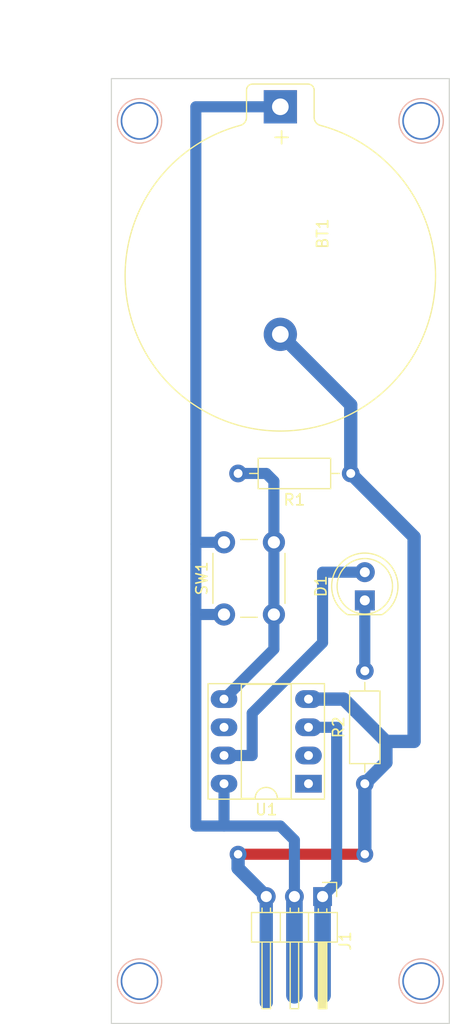
<source format=kicad_pcb>
(kicad_pcb (version 20171130) (host pcbnew 5.1.9-73d0e3b20d~88~ubuntu20.04.1)

  (general
    (thickness 1.6)
    (drawings 18)
    (tracks 50)
    (zones 0)
    (modules 7)
    (nets 10)
  )

  (page A4)
  (layers
    (0 F.Cu signal)
    (31 B.Cu signal)
    (32 B.Adhes user)
    (33 F.Adhes user)
    (34 B.Paste user)
    (35 F.Paste user)
    (36 B.SilkS user)
    (37 F.SilkS user)
    (38 B.Mask user)
    (39 F.Mask user)
    (40 Dwgs.User user)
    (41 Cmts.User user)
    (42 Eco1.User user)
    (43 Eco2.User user)
    (44 Edge.Cuts user)
    (45 Margin user)
    (46 B.CrtYd user)
    (47 F.CrtYd user)
    (48 B.Fab user)
    (49 F.Fab user)
  )

  (setup
    (last_trace_width 1.2)
    (user_trace_width 0.4)
    (user_trace_width 0.6)
    (user_trace_width 1)
    (user_trace_width 1.2)
    (trace_clearance 0.2)
    (zone_clearance 0.508)
    (zone_45_only no)
    (trace_min 0.2)
    (via_size 0.8)
    (via_drill 0.4)
    (via_min_size 0.4)
    (via_min_drill 0.3)
    (user_via 0.99 0.5)
    (user_via 1.524 0.76)
    (user_via 3.4 3.1)
    (user_via 4.4 4)
    (uvia_size 0.3)
    (uvia_drill 0.1)
    (uvias_allowed no)
    (uvia_min_size 0.2)
    (uvia_min_drill 0.1)
    (edge_width 0.05)
    (segment_width 0.2)
    (pcb_text_width 0.3)
    (pcb_text_size 1.5 1.5)
    (mod_edge_width 0.12)
    (mod_text_size 1 1)
    (mod_text_width 0.15)
    (pad_size 1.524 1.524)
    (pad_drill 0.762)
    (pad_to_mask_clearance 0.05)
    (aux_axis_origin 127 72.39)
    (grid_origin 127 72.39)
    (visible_elements FFFFFF7F)
    (pcbplotparams
      (layerselection 0x01000_ffffffff)
      (usegerberextensions false)
      (usegerberattributes true)
      (usegerberadvancedattributes true)
      (creategerberjobfile true)
      (excludeedgelayer true)
      (linewidth 0.100000)
      (plotframeref false)
      (viasonmask false)
      (mode 1)
      (useauxorigin false)
      (hpglpennumber 1)
      (hpglpenspeed 20)
      (hpglpendiameter 15.000000)
      (psnegative false)
      (psa4output false)
      (plotreference true)
      (plotvalue true)
      (plotinvisibletext false)
      (padsonsilk false)
      (subtractmaskfromsilk false)
      (outputformat 1)
      (mirror false)
      (drillshape 0)
      (scaleselection 1)
      (outputdirectory ""))
  )

  (net 0 "")
  (net 1 GND)
  (net 2 VCC)
  (net 3 "Net-(D1-Pad1)")
  (net 4 "Net-(D1-Pad2)")
  (net 5 /S)
  (net 6 "Net-(R1-Pad2)")
  (net 7 "Net-(U1-Pad1)")
  (net 8 "Net-(U1-Pad2)")
  (net 9 "Net-(U1-Pad6)")

  (net_class Default "Esta es la clase de red por defecto."
    (clearance 0.2)
    (trace_width 0.25)
    (via_dia 0.8)
    (via_drill 0.4)
    (uvia_dia 0.3)
    (uvia_drill 0.1)
    (add_net /S)
    (add_net GND)
    (add_net "Net-(D1-Pad1)")
    (add_net "Net-(D1-Pad2)")
    (add_net "Net-(R1-Pad2)")
    (add_net "Net-(U1-Pad1)")
    (add_net "Net-(U1-Pad2)")
    (add_net "Net-(U1-Pad6)")
    (add_net VCC)
  )

  (module Connector_PinHeader_2.54mm:PinHeader_1x03_P2.54mm_Horizontal (layer F.Cu) (tedit 59FED5CB) (tstamp 5FEAFA53)
    (at 146.05 146.05 270)
    (descr "Through hole angled pin header, 1x03, 2.54mm pitch, 6mm pin length, single row")
    (tags "Through hole angled pin header THT 1x03 2.54mm single row")
    (path /5FEA4EB7)
    (fp_text reference J1 (at 4 -2.05 90) (layer F.SilkS)
      (effects (font (size 1 1) (thickness 0.15)))
    )
    (fp_text value KY005 (at 4 7.62 90) (layer F.Fab)
      (effects (font (size 1 1) (thickness 0.15)))
    )
    (fp_line (start 2.135 -1.27) (end 4.04 -1.27) (layer F.Fab) (width 0.1))
    (fp_line (start 4.04 -1.27) (end 4.04 6.35) (layer F.Fab) (width 0.1))
    (fp_line (start 4.04 6.35) (end 1.5 6.35) (layer F.Fab) (width 0.1))
    (fp_line (start 1.5 6.35) (end 1.5 -0.635) (layer F.Fab) (width 0.1))
    (fp_line (start 1.5 -0.635) (end 2.135 -1.27) (layer F.Fab) (width 0.1))
    (fp_line (start -0.32 -0.32) (end 1.5 -0.32) (layer F.Fab) (width 0.1))
    (fp_line (start -0.32 -0.32) (end -0.32 0.32) (layer F.Fab) (width 0.1))
    (fp_line (start -0.32 0.32) (end 1.5 0.32) (layer F.Fab) (width 0.1))
    (fp_line (start 4.04 -0.32) (end 10.04 -0.32) (layer F.Fab) (width 0.1))
    (fp_line (start 10.04 -0.32) (end 10.04 0.32) (layer F.Fab) (width 0.1))
    (fp_line (start 4.04 0.32) (end 10.04 0.32) (layer F.Fab) (width 0.1))
    (fp_line (start -0.32 2.22) (end 1.5 2.22) (layer F.Fab) (width 0.1))
    (fp_line (start -0.32 2.22) (end -0.32 2.86) (layer F.Fab) (width 0.1))
    (fp_line (start -0.32 2.86) (end 1.5 2.86) (layer F.Fab) (width 0.1))
    (fp_line (start 4.04 2.22) (end 10.04 2.22) (layer F.Fab) (width 0.1))
    (fp_line (start 10.04 2.22) (end 10.04 2.86) (layer F.Fab) (width 0.1))
    (fp_line (start 4.04 2.86) (end 10.04 2.86) (layer F.Fab) (width 0.1))
    (fp_line (start -0.32 4.76) (end 1.5 4.76) (layer F.Fab) (width 0.1))
    (fp_line (start -0.32 4.76) (end -0.32 5.4) (layer F.Fab) (width 0.1))
    (fp_line (start -0.32 5.4) (end 1.5 5.4) (layer F.Fab) (width 0.1))
    (fp_line (start 4.04 4.76) (end 10.04 4.76) (layer F.Fab) (width 0.1))
    (fp_line (start 10.04 4.76) (end 10.04 5.4) (layer F.Fab) (width 0.1))
    (fp_line (start 4.04 5.4) (end 10.04 5.4) (layer F.Fab) (width 0.1))
    (fp_line (start 1.44 -1.33) (end 1.44 6.41) (layer F.SilkS) (width 0.12))
    (fp_line (start 1.44 6.41) (end 4.1 6.41) (layer F.SilkS) (width 0.12))
    (fp_line (start 4.1 6.41) (end 4.1 -1.33) (layer F.SilkS) (width 0.12))
    (fp_line (start 4.1 -1.33) (end 1.44 -1.33) (layer F.SilkS) (width 0.12))
    (fp_line (start 4.1 -0.38) (end 10.1 -0.38) (layer F.SilkS) (width 0.12))
    (fp_line (start 10.1 -0.38) (end 10.1 0.38) (layer F.SilkS) (width 0.12))
    (fp_line (start 10.1 0.38) (end 4.1 0.38) (layer F.SilkS) (width 0.12))
    (fp_line (start 4.1 -0.32) (end 10.1 -0.32) (layer F.SilkS) (width 0.12))
    (fp_line (start 4.1 -0.2) (end 10.1 -0.2) (layer F.SilkS) (width 0.12))
    (fp_line (start 4.1 -0.08) (end 10.1 -0.08) (layer F.SilkS) (width 0.12))
    (fp_line (start 4.1 0.04) (end 10.1 0.04) (layer F.SilkS) (width 0.12))
    (fp_line (start 4.1 0.16) (end 10.1 0.16) (layer F.SilkS) (width 0.12))
    (fp_line (start 4.1 0.28) (end 10.1 0.28) (layer F.SilkS) (width 0.12))
    (fp_line (start 1.11 -0.38) (end 1.44 -0.38) (layer F.SilkS) (width 0.12))
    (fp_line (start 1.11 0.38) (end 1.44 0.38) (layer F.SilkS) (width 0.12))
    (fp_line (start 1.44 1.27) (end 4.1 1.27) (layer F.SilkS) (width 0.12))
    (fp_line (start 4.1 2.16) (end 10.1 2.16) (layer F.SilkS) (width 0.12))
    (fp_line (start 10.1 2.16) (end 10.1 2.92) (layer F.SilkS) (width 0.12))
    (fp_line (start 10.1 2.92) (end 4.1 2.92) (layer F.SilkS) (width 0.12))
    (fp_line (start 1.042929 2.16) (end 1.44 2.16) (layer F.SilkS) (width 0.12))
    (fp_line (start 1.042929 2.92) (end 1.44 2.92) (layer F.SilkS) (width 0.12))
    (fp_line (start 1.44 3.81) (end 4.1 3.81) (layer F.SilkS) (width 0.12))
    (fp_line (start 4.1 4.7) (end 10.1 4.7) (layer F.SilkS) (width 0.12))
    (fp_line (start 10.1 4.7) (end 10.1 5.46) (layer F.SilkS) (width 0.12))
    (fp_line (start 10.1 5.46) (end 4.1 5.46) (layer F.SilkS) (width 0.12))
    (fp_line (start 1.042929 4.7) (end 1.44 4.7) (layer F.SilkS) (width 0.12))
    (fp_line (start 1.042929 5.46) (end 1.44 5.46) (layer F.SilkS) (width 0.12))
    (fp_line (start -1.27 0) (end -1.27 -1.27) (layer F.SilkS) (width 0.12))
    (fp_line (start -1.27 -1.27) (end 0 -1.27) (layer F.SilkS) (width 0.12))
    (fp_line (start -1.8 -1.8) (end -1.8 6.85) (layer F.CrtYd) (width 0.05))
    (fp_line (start -1.8 6.85) (end 10.55 6.85) (layer F.CrtYd) (width 0.05))
    (fp_line (start 10.55 6.85) (end 10.55 -1.8) (layer F.CrtYd) (width 0.05))
    (fp_line (start 10.55 -1.8) (end -1.8 -1.8) (layer F.CrtYd) (width 0.05))
    (fp_text user %R (at 2.54 4.5) (layer F.Fab)
      (effects (font (size 1 1) (thickness 0.15)))
    )
    (pad 3 thru_hole oval (at 0 5.08 270) (size 1.7 1.7) (drill 1) (layers *.Cu *.Mask)
      (net 1 GND))
    (pad 2 thru_hole oval (at 0 2.54 270) (size 1.7 1.7) (drill 1) (layers *.Cu *.Mask)
      (net 2 VCC))
    (pad 1 thru_hole rect (at 0 0 270) (size 1.7 1.7) (drill 1) (layers *.Cu *.Mask)
      (net 5 /S))
    (model ${KISYS3DMOD}/Connector_PinHeader_2.54mm.3dshapes/PinHeader_1x03_P2.54mm_Horizontal.wrl
      (at (xyz 0 0 0))
      (scale (xyz 1 1 1))
      (rotate (xyz 0 0 0))
    )
  )

  (module Battery:BatteryHolder_Keystone_106_1x20mm (layer F.Cu) (tedit 5787C377) (tstamp 5FEAFA0C)
    (at 142.24 74.93 270)
    (descr http://www.keyelco.com/product-pdf.cfm?p=720)
    (tags "Keystone type 106 battery holder")
    (path /5FEB3833)
    (fp_text reference BT1 (at 11.43 -3.81 90) (layer F.SilkS)
      (effects (font (size 1 1) (thickness 0.15)))
    )
    (fp_text value Battery_Cell (at 15.24 -7.62 90) (layer F.Fab)
      (effects (font (size 1 1) (thickness 0.15)))
    )
    (fp_line (start 0.95 -3.05) (end -1.5 -3.05) (layer F.SilkS) (width 0.12))
    (fp_line (start -1.5 3.05) (end 0.95 3.05) (layer F.SilkS) (width 0.12))
    (fp_line (start -2.05 -2.5) (end -2.05 2.5) (layer F.SilkS) (width 0.12))
    (fp_line (start 0.95 -2.9) (end -1.5 -2.9) (layer F.Fab) (width 0.1))
    (fp_line (start -1.5 2.9) (end 0.95 2.9) (layer F.Fab) (width 0.1))
    (fp_line (start -2.3 -2.5) (end -2.3 2.5) (layer F.CrtYd) (width 0.05))
    (fp_line (start 0.95 -3.3) (end -1.5 -3.3) (layer F.CrtYd) (width 0.05))
    (fp_line (start -1.5 3.3) (end 0.95 3.3) (layer F.CrtYd) (width 0.05))
    (fp_line (start -1.9 -2.5) (end -1.9 2.5) (layer F.Fab) (width 0.1))
    (fp_line (start 0 1.3) (end 16.2 1.3) (layer F.Fab) (width 0.1))
    (fp_line (start 16.2 -1.3) (end 0 -1.3) (layer F.Fab) (width 0.1))
    (fp_line (start 0 -1.3) (end 0 1.3) (layer F.Fab) (width 0.1))
    (fp_line (start 22.6441 6.858) (end 25.35 9.3734) (layer F.Fab) (width 0.1))
    (fp_line (start 22.6568 -6.858) (end 25.3419 -9.4288) (layer F.Fab) (width 0.1))
    (fp_arc (start -1.5 -2.5) (end -1.9 -2.5) (angle 90) (layer F.Fab) (width 0.1))
    (fp_arc (start -1.5 2.5) (end -2.3 2.5) (angle -90) (layer F.CrtYd) (width 0.05))
    (fp_arc (start 16.2 0) (end 16.2 -1.3) (angle 180) (layer F.Fab) (width 0.1))
    (fp_arc (start 0.95 -3.8) (end 0.95 -3.3) (angle -70) (layer F.CrtYd) (width 0.05))
    (fp_arc (start 15.2 0) (end 5.18 -1.3) (angle 180) (layer F.Fab) (width 0.1))
    (fp_arc (start 15.2 0) (end 9 -1.3) (angle 170) (layer F.Fab) (width 0.1))
    (fp_arc (start 15.2 0) (end 13.3 -1.3) (angle 150) (layer F.Fab) (width 0.1))
    (fp_arc (start 15.2 0) (end 13.3 1.3) (angle -150) (layer F.Fab) (width 0.1))
    (fp_arc (start 15.2 0) (end 9 1.3) (angle -170) (layer F.Fab) (width 0.1))
    (fp_arc (start 15.2 0) (end 5.18 1.3) (angle -180) (layer F.Fab) (width 0.1))
    (fp_arc (start 15.2 0) (end 1.41 -3.6) (angle 165.5) (layer F.CrtYd) (width 0.05))
    (fp_arc (start 15.2 0) (end 1.41 3.6) (angle -165.5) (layer F.CrtYd) (width 0.05))
    (fp_arc (start 0.95 3.8) (end 0.95 3.3) (angle 70) (layer F.CrtYd) (width 0.05))
    (fp_arc (start -1.5 -2.5) (end -2.3 -2.5) (angle 90) (layer F.CrtYd) (width 0.05))
    (fp_arc (start -1.5 2.5) (end -1.9 2.5) (angle -90) (layer F.Fab) (width 0.1))
    (fp_arc (start -1.5 2.5) (end -2.05 2.5) (angle -90) (layer F.SilkS) (width 0.12))
    (fp_arc (start -1.5 -2.5) (end -2.05 -2.5) (angle 90) (layer F.SilkS) (width 0.12))
    (fp_arc (start 0.95 -3.8) (end 0.95 -2.9) (angle -70) (layer F.Fab) (width 0.1))
    (fp_arc (start 0.95 -3.8) (end 0.95 -3.05) (angle -70) (layer F.SilkS) (width 0.12))
    (fp_arc (start 0.95 3.8) (end 0.95 2.9) (angle 70) (layer F.Fab) (width 0.1))
    (fp_arc (start 0.95 3.8) (end 0.95 3.05) (angle 70) (layer F.SilkS) (width 0.12))
    (fp_arc (start 15.2 0) (end 1.8 -3.5) (angle 165.5) (layer F.Fab) (width 0.1))
    (fp_arc (start 15.2 0) (end 1.65 -3.52) (angle 165.5) (layer F.SilkS) (width 0.12))
    (fp_arc (start 15.2 0) (end 1.8 3.5) (angle -165.5) (layer F.Fab) (width 0.1))
    (fp_arc (start 15.2 0) (end 1.65 3.52) (angle -165.5) (layer F.SilkS) (width 0.12))
    (fp_text user %R (at 0 0 90) (layer F.Fab)
      (effects (font (size 1 1) (thickness 0.15)))
    )
    (fp_text user + (at 2.75 0 90) (layer F.SilkS)
      (effects (font (size 1.5 1.5) (thickness 0.15)))
    )
    (pad 1 thru_hole rect (at 0 0 270) (size 3 3) (drill 1.5) (layers *.Cu *.Mask)
      (net 2 VCC))
    (pad 2 thru_hole circle (at 20.49 0 270) (size 3 3) (drill 1.5) (layers *.Cu *.Mask)
      (net 1 GND))
    (model ${KISYS3DMOD}/Battery.3dshapes/BatteryHolder_Keystone_106_1x20mm.wrl
      (at (xyz 0 0 0))
      (scale (xyz 1 1 1))
      (rotate (xyz 0 0 0))
    )
  )

  (module LED_THT:LED_D5.0mm (layer F.Cu) (tedit 5995936A) (tstamp 5FEAFA1E)
    (at 149.86 119.38 90)
    (descr "LED, diameter 5.0mm, 2 pins, http://cdn-reichelt.de/documents/datenblatt/A500/LL-504BC2E-009.pdf")
    (tags "LED diameter 5.0mm 2 pins")
    (path /5FEA59AB)
    (fp_text reference D1 (at 1.27 -3.96 90) (layer F.SilkS)
      (effects (font (size 1 1) (thickness 0.15)))
    )
    (fp_text value LED (at 1.27 3.96 90) (layer F.Fab)
      (effects (font (size 1 1) (thickness 0.15)))
    )
    (fp_circle (center 1.27 0) (end 3.77 0) (layer F.Fab) (width 0.1))
    (fp_circle (center 1.27 0) (end 3.77 0) (layer F.SilkS) (width 0.12))
    (fp_line (start -1.23 -1.469694) (end -1.23 1.469694) (layer F.Fab) (width 0.1))
    (fp_line (start -1.29 -1.545) (end -1.29 1.545) (layer F.SilkS) (width 0.12))
    (fp_line (start -1.95 -3.25) (end -1.95 3.25) (layer F.CrtYd) (width 0.05))
    (fp_line (start -1.95 3.25) (end 4.5 3.25) (layer F.CrtYd) (width 0.05))
    (fp_line (start 4.5 3.25) (end 4.5 -3.25) (layer F.CrtYd) (width 0.05))
    (fp_line (start 4.5 -3.25) (end -1.95 -3.25) (layer F.CrtYd) (width 0.05))
    (fp_text user %R (at 1.25 0 90) (layer F.Fab)
      (effects (font (size 0.8 0.8) (thickness 0.2)))
    )
    (fp_arc (start 1.27 0) (end -1.29 1.54483) (angle -148.9) (layer F.SilkS) (width 0.12))
    (fp_arc (start 1.27 0) (end -1.29 -1.54483) (angle 148.9) (layer F.SilkS) (width 0.12))
    (fp_arc (start 1.27 0) (end -1.23 -1.469694) (angle 299.1) (layer F.Fab) (width 0.1))
    (pad 2 thru_hole circle (at 2.54 0 90) (size 1.8 1.8) (drill 0.9) (layers *.Cu *.Mask)
      (net 4 "Net-(D1-Pad2)"))
    (pad 1 thru_hole rect (at 0 0 90) (size 1.8 1.8) (drill 0.9) (layers *.Cu *.Mask)
      (net 3 "Net-(D1-Pad1)"))
    (model ${KISYS3DMOD}/LED_THT.3dshapes/LED_D5.0mm.wrl
      (at (xyz 0 0 0))
      (scale (xyz 1 1 1))
      (rotate (xyz 0 0 0))
    )
  )

  (module Resistor_THT:R_Axial_DIN0207_L6.3mm_D2.5mm_P10.16mm_Horizontal (layer F.Cu) (tedit 5AE5139B) (tstamp 5FEAFEC5)
    (at 148.59 107.95 180)
    (descr "Resistor, Axial_DIN0207 series, Axial, Horizontal, pin pitch=10.16mm, 0.25W = 1/4W, length*diameter=6.3*2.5mm^2, http://cdn-reichelt.de/documents/datenblatt/B400/1_4W%23YAG.pdf")
    (tags "Resistor Axial_DIN0207 series Axial Horizontal pin pitch 10.16mm 0.25W = 1/4W length 6.3mm diameter 2.5mm")
    (path /5FEA21F5)
    (fp_text reference R1 (at 5.08 -2.37) (layer F.SilkS)
      (effects (font (size 1 1) (thickness 0.15)))
    )
    (fp_text value 10K (at 5.08 2.37) (layer F.Fab)
      (effects (font (size 1 1) (thickness 0.15)))
    )
    (fp_line (start 11.21 -1.5) (end -1.05 -1.5) (layer F.CrtYd) (width 0.05))
    (fp_line (start 11.21 1.5) (end 11.21 -1.5) (layer F.CrtYd) (width 0.05))
    (fp_line (start -1.05 1.5) (end 11.21 1.5) (layer F.CrtYd) (width 0.05))
    (fp_line (start -1.05 -1.5) (end -1.05 1.5) (layer F.CrtYd) (width 0.05))
    (fp_line (start 9.12 0) (end 8.35 0) (layer F.SilkS) (width 0.12))
    (fp_line (start 1.04 0) (end 1.81 0) (layer F.SilkS) (width 0.12))
    (fp_line (start 8.35 -1.37) (end 1.81 -1.37) (layer F.SilkS) (width 0.12))
    (fp_line (start 8.35 1.37) (end 8.35 -1.37) (layer F.SilkS) (width 0.12))
    (fp_line (start 1.81 1.37) (end 8.35 1.37) (layer F.SilkS) (width 0.12))
    (fp_line (start 1.81 -1.37) (end 1.81 1.37) (layer F.SilkS) (width 0.12))
    (fp_line (start 10.16 0) (end 8.23 0) (layer F.Fab) (width 0.1))
    (fp_line (start 0 0) (end 1.93 0) (layer F.Fab) (width 0.1))
    (fp_line (start 8.23 -1.25) (end 1.93 -1.25) (layer F.Fab) (width 0.1))
    (fp_line (start 8.23 1.25) (end 8.23 -1.25) (layer F.Fab) (width 0.1))
    (fp_line (start 1.93 1.25) (end 8.23 1.25) (layer F.Fab) (width 0.1))
    (fp_line (start 1.93 -1.25) (end 1.93 1.25) (layer F.Fab) (width 0.1))
    (fp_text user %R (at 5.08 0.154999) (layer F.Fab)
      (effects (font (size 1 1) (thickness 0.15)))
    )
    (pad 1 thru_hole circle (at 0 0 180) (size 1.6 1.6) (drill 0.8) (layers *.Cu *.Mask)
      (net 1 GND))
    (pad 2 thru_hole oval (at 10.16 0 180) (size 1.6 1.6) (drill 0.8) (layers *.Cu *.Mask)
      (net 6 "Net-(R1-Pad2)"))
    (model ${KISYS3DMOD}/Resistor_THT.3dshapes/R_Axial_DIN0207_L6.3mm_D2.5mm_P10.16mm_Horizontal.wrl
      (at (xyz 0 0 0))
      (scale (xyz 1 1 1))
      (rotate (xyz 0 0 0))
    )
  )

  (module Resistor_THT:R_Axial_DIN0207_L6.3mm_D2.5mm_P10.16mm_Horizontal (layer F.Cu) (tedit 5AE5139B) (tstamp 5FEAFA81)
    (at 149.86 135.89 90)
    (descr "Resistor, Axial_DIN0207 series, Axial, Horizontal, pin pitch=10.16mm, 0.25W = 1/4W, length*diameter=6.3*2.5mm^2, http://cdn-reichelt.de/documents/datenblatt/B400/1_4W%23YAG.pdf")
    (tags "Resistor Axial_DIN0207 series Axial Horizontal pin pitch 10.16mm 0.25W = 1/4W length 6.3mm diameter 2.5mm")
    (path /5FEA2489)
    (fp_text reference R2 (at 5.08 -2.37 90) (layer F.SilkS)
      (effects (font (size 1 1) (thickness 0.15)))
    )
    (fp_text value 220Ohm (at 5.08 2.37 90) (layer F.Fab)
      (effects (font (size 1 1) (thickness 0.15)))
    )
    (fp_line (start 11.21 -1.5) (end -1.05 -1.5) (layer F.CrtYd) (width 0.05))
    (fp_line (start 11.21 1.5) (end 11.21 -1.5) (layer F.CrtYd) (width 0.05))
    (fp_line (start -1.05 1.5) (end 11.21 1.5) (layer F.CrtYd) (width 0.05))
    (fp_line (start -1.05 -1.5) (end -1.05 1.5) (layer F.CrtYd) (width 0.05))
    (fp_line (start 9.12 0) (end 8.35 0) (layer F.SilkS) (width 0.12))
    (fp_line (start 1.04 0) (end 1.81 0) (layer F.SilkS) (width 0.12))
    (fp_line (start 8.35 -1.37) (end 1.81 -1.37) (layer F.SilkS) (width 0.12))
    (fp_line (start 8.35 1.37) (end 8.35 -1.37) (layer F.SilkS) (width 0.12))
    (fp_line (start 1.81 1.37) (end 8.35 1.37) (layer F.SilkS) (width 0.12))
    (fp_line (start 1.81 -1.37) (end 1.81 1.37) (layer F.SilkS) (width 0.12))
    (fp_line (start 10.16 0) (end 8.23 0) (layer F.Fab) (width 0.1))
    (fp_line (start 0 0) (end 1.93 0) (layer F.Fab) (width 0.1))
    (fp_line (start 8.23 -1.25) (end 1.93 -1.25) (layer F.Fab) (width 0.1))
    (fp_line (start 8.23 1.25) (end 8.23 -1.25) (layer F.Fab) (width 0.1))
    (fp_line (start 1.93 1.25) (end 8.23 1.25) (layer F.Fab) (width 0.1))
    (fp_line (start 1.93 -1.25) (end 1.93 1.25) (layer F.Fab) (width 0.1))
    (fp_text user %R (at 5.08 0 90) (layer F.Fab)
      (effects (font (size 1 1) (thickness 0.15)))
    )
    (pad 1 thru_hole circle (at 0 0 90) (size 1.6 1.6) (drill 0.8) (layers *.Cu *.Mask)
      (net 1 GND))
    (pad 2 thru_hole oval (at 10.16 0 90) (size 1.6 1.6) (drill 0.8) (layers *.Cu *.Mask)
      (net 3 "Net-(D1-Pad1)"))
    (model ${KISYS3DMOD}/Resistor_THT.3dshapes/R_Axial_DIN0207_L6.3mm_D2.5mm_P10.16mm_Horizontal.wrl
      (at (xyz 0 0 0))
      (scale (xyz 1 1 1))
      (rotate (xyz 0 0 0))
    )
  )

  (module Button_Switch_THT:SW_PUSH_6mm_H13mm (layer F.Cu) (tedit 5A02FE31) (tstamp 5FEAFAA0)
    (at 137.16 120.65 90)
    (descr "tactile push button, 6x6mm e.g. PHAP33xx series, height=13mm")
    (tags "tact sw push 6mm")
    (path /5FEA2A00)
    (fp_text reference SW1 (at 3.25 -2 90) (layer F.SilkS)
      (effects (font (size 1 1) (thickness 0.15)))
    )
    (fp_text value SW_Push (at 3.75 6.7 90) (layer F.Fab)
      (effects (font (size 1 1) (thickness 0.15)))
    )
    (fp_line (start 3.25 -0.75) (end 6.25 -0.75) (layer F.Fab) (width 0.1))
    (fp_line (start 6.25 -0.75) (end 6.25 5.25) (layer F.Fab) (width 0.1))
    (fp_line (start 6.25 5.25) (end 0.25 5.25) (layer F.Fab) (width 0.1))
    (fp_line (start 0.25 5.25) (end 0.25 -0.75) (layer F.Fab) (width 0.1))
    (fp_line (start 0.25 -0.75) (end 3.25 -0.75) (layer F.Fab) (width 0.1))
    (fp_line (start 7.75 6) (end 8 6) (layer F.CrtYd) (width 0.05))
    (fp_line (start 8 6) (end 8 5.75) (layer F.CrtYd) (width 0.05))
    (fp_line (start 7.75 -1.5) (end 8 -1.5) (layer F.CrtYd) (width 0.05))
    (fp_line (start 8 -1.5) (end 8 -1.25) (layer F.CrtYd) (width 0.05))
    (fp_line (start -1.5 -1.25) (end -1.5 -1.5) (layer F.CrtYd) (width 0.05))
    (fp_line (start -1.5 -1.5) (end -1.25 -1.5) (layer F.CrtYd) (width 0.05))
    (fp_line (start -1.5 5.75) (end -1.5 6) (layer F.CrtYd) (width 0.05))
    (fp_line (start -1.5 6) (end -1.25 6) (layer F.CrtYd) (width 0.05))
    (fp_line (start -1.25 -1.5) (end 7.75 -1.5) (layer F.CrtYd) (width 0.05))
    (fp_line (start -1.5 5.75) (end -1.5 -1.25) (layer F.CrtYd) (width 0.05))
    (fp_line (start 7.75 6) (end -1.25 6) (layer F.CrtYd) (width 0.05))
    (fp_line (start 8 -1.25) (end 8 5.75) (layer F.CrtYd) (width 0.05))
    (fp_line (start 1 5.5) (end 5.5 5.5) (layer F.SilkS) (width 0.12))
    (fp_line (start -0.25 1.5) (end -0.25 3) (layer F.SilkS) (width 0.12))
    (fp_line (start 5.5 -1) (end 1 -1) (layer F.SilkS) (width 0.12))
    (fp_line (start 6.75 3) (end 6.75 1.5) (layer F.SilkS) (width 0.12))
    (fp_circle (center 3.25 2.25) (end 1.25 2.5) (layer F.Fab) (width 0.1))
    (fp_text user %R (at 3.25 2.25 90) (layer F.Fab)
      (effects (font (size 1 1) (thickness 0.15)))
    )
    (pad 1 thru_hole circle (at 6.5 0 180) (size 2 2) (drill 1.1) (layers *.Cu *.Mask)
      (net 2 VCC))
    (pad 2 thru_hole circle (at 6.5 4.5 180) (size 2 2) (drill 1.1) (layers *.Cu *.Mask)
      (net 6 "Net-(R1-Pad2)"))
    (pad 1 thru_hole circle (at 0 0 180) (size 2 2) (drill 1.1) (layers *.Cu *.Mask)
      (net 2 VCC))
    (pad 2 thru_hole circle (at 0 4.5 180) (size 2 2) (drill 1.1) (layers *.Cu *.Mask)
      (net 6 "Net-(R1-Pad2)"))
    (model ${KISYS3DMOD}/Button_Switch_THT.3dshapes/SW_PUSH_6mm_H4.3mm.step
      (at (xyz 0 0 0))
      (scale (xyz 1 1 1))
      (rotate (xyz 0 0 0))
    )
  )

  (module Package_DIP:DIP-8_W7.62mm_Socket_LongPads (layer F.Cu) (tedit 5A02E8C5) (tstamp 5FEAFAC4)
    (at 144.78 135.89 180)
    (descr "8-lead though-hole mounted DIP package, row spacing 7.62 mm (300 mils), Socket, LongPads")
    (tags "THT DIP DIL PDIP 2.54mm 7.62mm 300mil Socket LongPads")
    (path /5FEA0327)
    (fp_text reference U1 (at 3.81 -2.33) (layer F.SilkS)
      (effects (font (size 1 1) (thickness 0.15)))
    )
    (fp_text value ATtiny85V-10SU (at 3.81 9.95) (layer F.Fab)
      (effects (font (size 1 1) (thickness 0.15)))
    )
    (fp_line (start 1.635 -1.27) (end 6.985 -1.27) (layer F.Fab) (width 0.1))
    (fp_line (start 6.985 -1.27) (end 6.985 8.89) (layer F.Fab) (width 0.1))
    (fp_line (start 6.985 8.89) (end 0.635 8.89) (layer F.Fab) (width 0.1))
    (fp_line (start 0.635 8.89) (end 0.635 -0.27) (layer F.Fab) (width 0.1))
    (fp_line (start 0.635 -0.27) (end 1.635 -1.27) (layer F.Fab) (width 0.1))
    (fp_line (start -1.27 -1.33) (end -1.27 8.95) (layer F.Fab) (width 0.1))
    (fp_line (start -1.27 8.95) (end 8.89 8.95) (layer F.Fab) (width 0.1))
    (fp_line (start 8.89 8.95) (end 8.89 -1.33) (layer F.Fab) (width 0.1))
    (fp_line (start 8.89 -1.33) (end -1.27 -1.33) (layer F.Fab) (width 0.1))
    (fp_line (start 2.81 -1.33) (end 1.56 -1.33) (layer F.SilkS) (width 0.12))
    (fp_line (start 1.56 -1.33) (end 1.56 8.95) (layer F.SilkS) (width 0.12))
    (fp_line (start 1.56 8.95) (end 6.06 8.95) (layer F.SilkS) (width 0.12))
    (fp_line (start 6.06 8.95) (end 6.06 -1.33) (layer F.SilkS) (width 0.12))
    (fp_line (start 6.06 -1.33) (end 4.81 -1.33) (layer F.SilkS) (width 0.12))
    (fp_line (start -1.44 -1.39) (end -1.44 9.01) (layer F.SilkS) (width 0.12))
    (fp_line (start -1.44 9.01) (end 9.06 9.01) (layer F.SilkS) (width 0.12))
    (fp_line (start 9.06 9.01) (end 9.06 -1.39) (layer F.SilkS) (width 0.12))
    (fp_line (start 9.06 -1.39) (end -1.44 -1.39) (layer F.SilkS) (width 0.12))
    (fp_line (start -1.55 -1.6) (end -1.55 9.2) (layer F.CrtYd) (width 0.05))
    (fp_line (start -1.55 9.2) (end 9.15 9.2) (layer F.CrtYd) (width 0.05))
    (fp_line (start 9.15 9.2) (end 9.15 -1.6) (layer F.CrtYd) (width 0.05))
    (fp_line (start 9.15 -1.6) (end -1.55 -1.6) (layer F.CrtYd) (width 0.05))
    (fp_text user %R (at 3.81 3.81) (layer F.Fab)
      (effects (font (size 1 1) (thickness 0.15)))
    )
    (fp_arc (start 3.81 -1.33) (end 2.81 -1.33) (angle -180) (layer F.SilkS) (width 0.12))
    (pad 8 thru_hole oval (at 7.62 0 180) (size 2.4 1.6) (drill 0.8) (layers *.Cu *.Mask)
      (net 2 VCC))
    (pad 4 thru_hole oval (at 0 7.62 180) (size 2.4 1.6) (drill 0.8) (layers *.Cu *.Mask)
      (net 1 GND))
    (pad 7 thru_hole oval (at 7.62 2.54 180) (size 2.4 1.6) (drill 0.8) (layers *.Cu *.Mask)
      (net 4 "Net-(D1-Pad2)"))
    (pad 3 thru_hole oval (at 0 5.08 180) (size 2.4 1.6) (drill 0.8) (layers *.Cu *.Mask)
      (net 5 /S))
    (pad 6 thru_hole oval (at 7.62 5.08 180) (size 2.4 1.6) (drill 0.8) (layers *.Cu *.Mask)
      (net 9 "Net-(U1-Pad6)"))
    (pad 2 thru_hole oval (at 0 2.54 180) (size 2.4 1.6) (drill 0.8) (layers *.Cu *.Mask)
      (net 8 "Net-(U1-Pad2)"))
    (pad 5 thru_hole oval (at 7.62 7.62 180) (size 2.4 1.6) (drill 0.8) (layers *.Cu *.Mask)
      (net 6 "Net-(R1-Pad2)"))
    (pad 1 thru_hole rect (at 0 0 180) (size 2.4 1.6) (drill 0.8) (layers *.Cu *.Mask)
      (net 7 "Net-(U1-Pad1)"))
    (model ${KISYS3DMOD}/Package_DIP.3dshapes/DIP-8_W7.62mm_Socket.wrl
      (at (xyz 0 0 0))
      (scale (xyz 1 1 1))
      (rotate (xyz 0 0 0))
    )
  )

  (dimension 30.48 (width 0.15) (layer Dwgs.User)
    (gr_text "30,480 mm" (at 142.24 66.01) (layer Dwgs.User)
      (effects (font (size 1 1) (thickness 0.15)))
    )
    (feature1 (pts (xy 157.48 72.39) (xy 157.48 66.723579)))
    (feature2 (pts (xy 127 72.39) (xy 127 66.723579)))
    (crossbar (pts (xy 127 67.31) (xy 157.48 67.31)))
    (arrow1a (pts (xy 157.48 67.31) (xy 156.353496 67.896421)))
    (arrow1b (pts (xy 157.48 67.31) (xy 156.353496 66.723579)))
    (arrow2a (pts (xy 127 67.31) (xy 128.126504 67.896421)))
    (arrow2b (pts (xy 127 67.31) (xy 128.126504 66.723579)))
  )
  (dimension 85.09 (width 0.15) (layer Dwgs.User)
    (gr_text "85,090 mm" (at 120.62 114.935 90) (layer Dwgs.User)
      (effects (font (size 1 1) (thickness 0.15)))
    )
    (feature1 (pts (xy 127 72.39) (xy 121.333579 72.39)))
    (feature2 (pts (xy 127 157.48) (xy 121.333579 157.48)))
    (crossbar (pts (xy 121.92 157.48) (xy 121.92 72.39)))
    (arrow1a (pts (xy 121.92 72.39) (xy 122.506421 73.516504)))
    (arrow1b (pts (xy 121.92 72.39) (xy 121.333579 73.516504)))
    (arrow2a (pts (xy 121.92 157.48) (xy 122.506421 156.353496)))
    (arrow2b (pts (xy 121.92 157.48) (xy 121.333579 156.353496)))
  )
  (dimension 25.4 (width 0.15) (layer Dwgs.User)
    (gr_text "25,400 mm" (at 142.24 69.82) (layer Dwgs.User)
      (effects (font (size 1 1) (thickness 0.15)))
    )
    (feature1 (pts (xy 154.94 76.2) (xy 154.94 70.533579)))
    (feature2 (pts (xy 129.54 76.2) (xy 129.54 70.533579)))
    (crossbar (pts (xy 129.54 71.12) (xy 154.94 71.12)))
    (arrow1a (pts (xy 154.94 71.12) (xy 153.813496 71.706421)))
    (arrow1b (pts (xy 154.94 71.12) (xy 153.813496 70.533579)))
    (arrow2a (pts (xy 129.54 71.12) (xy 130.666504 71.706421)))
    (arrow2b (pts (xy 129.54 71.12) (xy 130.666504 70.533579)))
  )
  (dimension 77.47 (width 0.15) (layer Dwgs.User)
    (gr_text "77,470 mm" (at 124.43 114.935 90) (layer Dwgs.User)
      (effects (font (size 1 1) (thickness 0.15)))
    )
    (feature1 (pts (xy 129.54 76.2) (xy 125.143579 76.2)))
    (feature2 (pts (xy 129.54 153.67) (xy 125.143579 153.67)))
    (crossbar (pts (xy 125.73 153.67) (xy 125.73 76.2)))
    (arrow1a (pts (xy 125.73 76.2) (xy 126.316421 77.326504)))
    (arrow1b (pts (xy 125.73 76.2) (xy 125.143579 77.326504)))
    (arrow2a (pts (xy 125.73 153.67) (xy 126.316421 152.543496)))
    (arrow2b (pts (xy 125.73 153.67) (xy 125.143579 152.543496)))
  )
  (gr_circle (center 129.54 153.67) (end 130.81 153.67) (layer B.SilkS) (width 0.12) (tstamp 5FEB1451))
  (gr_circle (center 154.94 153.67) (end 156.21 153.67) (layer B.SilkS) (width 0.12) (tstamp 5FEB1451))
  (gr_circle (center 154.94 76.2) (end 156.21 76.2) (layer B.SilkS) (width 0.12) (tstamp 5FEB1451))
  (gr_circle (center 129.54 76.2) (end 130.81 76.2) (layer B.SilkS) (width 0.12))
  (gr_circle (center 129.54 153.67) (end 129.54 151.67) (layer B.SilkS) (width 0.12) (tstamp 5FEB144C))
  (gr_circle (center 154.94 153.67) (end 154.94 151.67) (layer B.SilkS) (width 0.12) (tstamp 5FEB144B))
  (gr_circle (center 154.94 76.2) (end 154.94 74.2) (layer B.SilkS) (width 0.12) (tstamp 5FEB143D))
  (gr_circle (center 129.54 76.2) (end 129.54 74.2) (layer B.SilkS) (width 0.12))
  (gr_line (start 127 72.39) (end 157.48 72.39) (layer Edge.Cuts) (width 0.1))
  (gr_line (start 127 157.48) (end 127 72.39) (layer Edge.Cuts) (width 0.1))
  (gr_line (start 157.48 157.48) (end 127 157.48) (layer Edge.Cuts) (width 0.1))
  (gr_line (start 157.48 72.39) (end 157.48 157.48) (layer Edge.Cuts) (width 0.1))
  (gr_text "28/12/2020\nAurelio Gallardo" (at 135.89 149.86 90) (layer B.Mask)
    (effects (font (size 1 1) (thickness 0.15)) (justify mirror))
  )
  (gr_text "Emisor LED - mando a distancia un solo botón" (at 132.08 121.92 90) (layer B.Mask)
    (effects (font (size 1 1) (thickness 0.15)) (justify mirror))
  )

  (via (at 129.54 76.2) (size 3.4) (drill 3.1) (layers F.Cu B.Cu) (net 0))
  (via (at 154.94 76.2) (size 3.4) (drill 3.1) (layers F.Cu B.Cu) (net 0))
  (via (at 154.94 153.67) (size 3.4) (drill 3.1) (layers F.Cu B.Cu) (net 0))
  (via (at 129.54 153.67) (size 3.4) (drill 3.1) (layers F.Cu B.Cu) (net 0))
  (via (at 138.43 142.24) (size 1.524) (drill 0.76) (layers F.Cu B.Cu) (net 1))
  (segment (start 149.86 142.24) (end 149.86 142.24) (width 1) (layer B.Cu) (net 1) (tstamp 5FEB13E4))
  (via (at 149.86 142.24) (size 1.524) (drill 0.76) (layers F.Cu B.Cu) (net 1))
  (segment (start 138.43 142.24) (end 149.86 142.24) (width 1) (layer F.Cu) (net 1))
  (segment (start 142.24 95.42) (end 148.59 101.77) (width 1.2) (layer B.Cu) (net 1))
  (segment (start 148.59 101.77) (end 148.59 107.95) (width 1.2) (layer B.Cu) (net 1))
  (segment (start 148.59 107.95) (end 154.305 113.665) (width 1.2) (layer B.Cu) (net 1))
  (segment (start 154.305 113.665) (end 154.305 132.08) (width 1.2) (layer B.Cu) (net 1))
  (segment (start 154.305 132.08) (end 151.765 132.08) (width 1.2) (layer B.Cu) (net 1))
  (segment (start 147.955 128.27) (end 144.78 128.27) (width 1.2) (layer B.Cu) (net 1))
  (segment (start 151.765 132.08) (end 147.955 128.27) (width 1.2) (layer B.Cu) (net 1))
  (segment (start 151.765 133.985) (end 149.86 135.89) (width 1.2) (layer B.Cu) (net 1))
  (segment (start 151.765 132.08) (end 151.765 133.985) (width 1.2) (layer B.Cu) (net 1))
  (segment (start 149.86 142.24) (end 149.86 135.89) (width 1.2) (layer B.Cu) (net 1))
  (segment (start 138.43 143.51) (end 140.97 146.05) (width 1.2) (layer B.Cu) (net 1))
  (segment (start 138.43 142.24) (end 138.43 143.51) (width 1.2) (layer B.Cu) (net 1))
  (segment (start 140.97 146.05) (end 140.97 155.575) (width 1.2) (layer B.Cu) (net 1))
  (segment (start 142.24 74.93) (end 134.62 74.93) (width 1) (layer B.Cu) (net 2))
  (segment (start 134.77 114.15) (end 134.62 114.3) (width 1) (layer B.Cu) (net 2))
  (segment (start 137.16 114.15) (end 134.77 114.15) (width 1) (layer B.Cu) (net 2))
  (segment (start 134.62 74.93) (end 134.62 114.3) (width 1) (layer B.Cu) (net 2))
  (segment (start 137.16 120.65) (end 134.62 120.65) (width 1) (layer B.Cu) (net 2))
  (segment (start 134.62 120.65) (end 134.62 139.7) (width 1) (layer B.Cu) (net 2))
  (segment (start 134.62 114.3) (end 134.62 120.65) (width 1) (layer B.Cu) (net 2))
  (segment (start 137.16 135.89) (end 137.16 139.7) (width 1) (layer B.Cu) (net 2))
  (segment (start 134.62 139.7) (end 137.16 139.7) (width 1) (layer B.Cu) (net 2))
  (segment (start 143.51 140.97) (end 143.51 146.05) (width 1) (layer B.Cu) (net 2))
  (segment (start 142.24 139.7) (end 143.51 140.97) (width 1) (layer B.Cu) (net 2))
  (segment (start 137.16 139.7) (end 142.24 139.7) (width 1) (layer B.Cu) (net 2))
  (segment (start 143.51 146.05) (end 143.51 154.94) (width 1.5) (layer B.Cu) (net 2))
  (segment (start 149.86 125.73) (end 149.86 119.38) (width 1) (layer B.Cu) (net 3))
  (segment (start 146.05 116.84) (end 149.86 116.84) (width 1) (layer B.Cu) (net 4))
  (segment (start 139.7 133.35) (end 139.7 129.54) (width 1) (layer B.Cu) (net 4))
  (segment (start 146.05 123.19) (end 146.05 116.84) (width 1) (layer B.Cu) (net 4))
  (segment (start 139.7 129.54) (end 146.05 123.19) (width 1) (layer B.Cu) (net 4))
  (segment (start 137.16 133.35) (end 139.7 133.35) (width 1) (layer B.Cu) (net 4))
  (segment (start 147.32 130.81) (end 147.32 144.78) (width 1) (layer B.Cu) (net 5))
  (segment (start 147.32 144.78) (end 146.05 146.05) (width 1) (layer B.Cu) (net 5))
  (segment (start 144.78 130.81) (end 147.32 130.81) (width 1) (layer B.Cu) (net 5))
  (segment (start 146.05 146.05) (end 146.05 154.94) (width 1.5) (layer B.Cu) (net 5))
  (segment (start 138.43 107.95) (end 140.97 107.95) (width 1) (layer B.Cu) (net 6))
  (segment (start 141.66 108.64) (end 141.66 114.15) (width 1) (layer B.Cu) (net 6))
  (segment (start 140.97 107.95) (end 141.66 108.64) (width 1) (layer B.Cu) (net 6))
  (segment (start 141.66 114.15) (end 141.66 120.65) (width 1) (layer B.Cu) (net 6))
  (segment (start 141.66 123.77) (end 137.16 128.27) (width 1) (layer B.Cu) (net 6))
  (segment (start 141.66 120.65) (end 141.66 123.77) (width 1) (layer B.Cu) (net 6))

  (zone (net 1) (net_name GND) (layer B.Cu) (tstamp 5FF2245C) (hatch edge 0.508)
    (connect_pads (clearance 1))
    (min_thickness 0.5)
    (fill yes (arc_segments 32) (thermal_gap 0.508) (thermal_bridge_width 0.508) (smoothing fillet) (radius 2))
    (polygon
      (pts
        (xy 157.48 72.39) (xy 157.48 157.48) (xy 127 157.48) (xy 127 72.39)
      )
    )
  )
  (zone (net 1) (net_name GND) (layer B.Cu) (tstamp 5FF22459) (hatch edge 0.508)
    (connect_pads (clearance 1))
    (min_thickness 1)
    (fill yes (arc_segments 32) (thermal_gap 1.1) (thermal_bridge_width 1.1) (smoothing chamfer) (radius 2))
    (polygon
      (pts
        (xy 157.48 157.48) (xy 127 157.48) (xy 127 72.39) (xy 157.48 72.39)
      )
    )
  )
)

</source>
